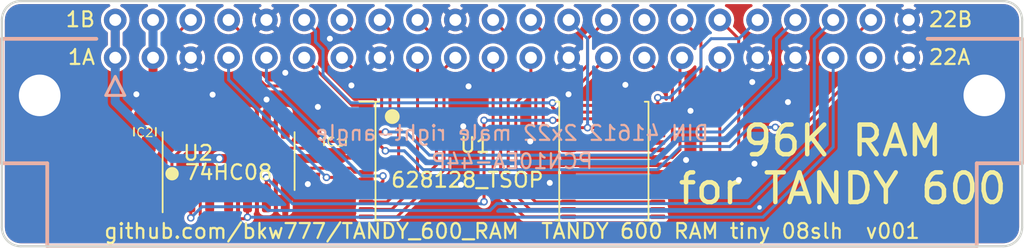
<source format=kicad_pcb>
(kicad_pcb (version 20211014) (generator pcbnew)
  (title_block (title "TANDY 600 RAM tiny 08slh") (date "2022-09-27") (rev "001") (company "Brian K. White - b.kenyon.w@gmail.com") (comment 1 "LICENSE: CC-BY-SA 4.0") (comment 2 "github.com/bkw777/TANDY_600_RAM"))
  (layers (0 "F.Cu" signal) (31 "B.Cu" signal) (34 "B.Paste" user) (35 "F.Paste" user) (36 "B.SilkS" user "B.Silkscreen") (37 "F.SilkS" user "F.Silkscreen") (38 "B.Mask" user) (39 "F.Mask" user) (44 "Edge.Cuts" user))
  (net 0 "")
  (net 1 "GND")
  (net 2 "VMEM")
  (net 3 "VCC")
  (net 4 "/A14")
  (net 5 "/A13")
  (net 6 "/A12")
  (net 7 "/A11")
  (net 8 "/A10")
  (net 9 "/A9")
  (net 10 "/A8")
  (net 11 "/A7")
  (net 12 "/A6")
  (net 13 "/A5")
  (net 14 "/A4")
  (net 15 "/A3")
  (net 16 "/A2")
  (net 17 "/A1")
  (net 18 "/A0")
  (net 19 "/D7")
  (net 20 "/D6")
  (net 21 "/D5")
  (net 22 "/D4")
  (net 23 "/D3")
  (net 24 "/D2")
  (net 25 "/D1")
  (net 26 "/D0")
  (net 27 "/~{OE}")
  (net 28 "/~{WE}")
  (net 29 "/CS2")
  (net 30 "/A15")
  (net 31 "/A16")
  (net 32 "/~{CS1}")
  (net 33 "/~{CS1_B}")
  (net 34 "/~{CS1_C}")
  (net 35 "/~{CS1_A}")
  (footprint "000_LOCAL:TSOP32-dual" (layer "F.Cu") (at 146.05 109.75)
    (fp_text reference "U1" (at -2.492 -1.075) (layer "F.SilkS"))
    (fp_text value "628128_TSOP" (at -3 1.27) (layer "F.SilkS"))
    (fp_line (start 3.175 4) (end 3.175 -4) (layer "F.SilkS") (width 0.12))
    (fp_line (start 3.175 4) (end 2.925 4) (layer "F.SilkS") (width 0.12))
    (fp_line (start 9.175 4) (end 8.925 4) (layer "F.SilkS") (width 0.12))
    (fp_line (start -9.175 4) (end -8.925 4) (layer "F.SilkS") (width 0.12))
    (fp_line (start 9.175 4) (end 9.175 -4) (layer "F.SilkS") (width 0.12))
    (fp_line (start -10.25 -4) (end -8.925 -4) (layer "F.SilkS") (width 0.12))
    (fp_line (start -9.175 -4) (end -9.175 4) (layer "F.SilkS") (width 0.12))
    (fp_line (start 9.175 -4) (end 8.925 -4) (layer "F.SilkS") (width 0.12))
    (fp_line (start 3.175 -4) (end 2.925 -4) (layer "F.SilkS") (width 0.12))
    (fp_circle (center -8.05 -3) (end -8.05 -2.75) (layer "F.SilkS") (width 0.5) (fill none))
    (pad "1" smd roundrect (at -9.8 -3.75 270) (size 0.3 1) (layers "F.Cu" "F.Paste" "F.Mask") (net 7 "/A11"))
    (pad "2" smd roundrect (at -9.8 -3.25 270) (size 0.3 1) (layers "F.Cu" "F.Paste" "F.Mask") (net 9 "/A9"))
    (pad "3" smd roundrect (at -9.8 -2.75 270) (size 0.3 1) (layers "F.Cu" "F.Paste" "F.Mask") (net 10 "/A8"))
    (pad "4" smd roundrect (at -9.8 -2.25 270) (size 0.3 1) (layers "F.Cu" "F.Paste" "F.Mask") (net 5 "/A13"))
    (pad "5" smd roundrect (at -9.8 -1.75 270) (size 0.3 1) (layers "F.Cu" "F.Paste" "F.Mask") (net 28 "/~{WE}"))
    (pad "6" smd roundrect (at -9.8 -1.25 270) (size 0.3 1) (layers "F.Cu" "F.Paste" "F.Mask") (net 29 "/CS2"))
    (pad "7" smd roundrect (at -9.8 -0.75 270) (size 0.3 1) (layers "F.Cu" "F.Paste" "F.Mask") (net 30 "/A15"))
    (pad "8" smd roundrect (at -9.8 -0.25 270) (size 0.3 1) (layers "F.Cu" "F.Paste" "F.Mask") (net 2 "VMEM"))
    (pad "9" smd roundrect (at -9.8 0.25 270) (size 0.3 1) (layers "F.Cu" "F.Paste" "F.Mask"))
    (pad "10" smd roundrect (at -9.8 0.75 270) (size 0.3 1) (layers "F.Cu" "F.Paste" "F.Mask") (net 31 "/A16"))
    (pad "11" smd roundrect (at -9.8 1.25 270) (size 0.3 1) (layers "F.Cu" "F.Paste" "F.Mask") (net 4 "/A14"))
    (pad "12" smd roundrect (at -9.8 1.75 270) (size 0.3 1) (layers "F.Cu" "F.Paste" "F.Mask") (net 6 "/A12"))
    (pad "13" smd roundrect (at -9.8 2.25 270) (size 0.3 1) (layers "F.Cu" "F.Paste" "F.Mask") (net 11 "/A7"))
    (pad "14" smd roundrect (at -9.8 2.75 270) (size 0.3 1) (layers "F.Cu" "F.Paste" "F.Mask") (net 12 "/A6"))
    (pad "15" smd roundrect (at -9.8 3.25 270) (size 0.3 1) (layers "F.Cu" "F.Paste" "F.Mask") (net 13 "/A5"))
    (pad "16" smd roundrect (at -9.8 3.75 270) (size 0.3 1) (layers "F.Cu" "F.Paste" "F.Mask") (net 14 "/A4"))
    (pad "17" smd roundrect (at 9.8 3.75 270) (size 0.3 1) (layers "F.Cu" "F.Paste" "F.Mask") (net 15 "/A3"))
    (pad "17" smd roundrect (at 3.8 3.75 270) (size 0.3 1) (layers "F.Cu" "F.Paste" "F.Mask") (net 15 "/A3"))
    (pad "18" smd roundrect (at 9.8 3.25 270) (size 0.3 1) (layers "F.Cu" "F.Paste" "F.Mask") (net 16 "/A2"))
    (pad "18" smd roundrect (at 3.8 3.25 270) (size 0.3 1) (layers "F.Cu" "F.Paste" "F.Mask") (net 16 "/A2"))
    (pad "19" smd roundrect (at 9.8 2.75 270) (size 0.3 1) (layers "F.Cu" "F.Paste" "F.Mask") (net 17 "/A1"))
    (pad "19" smd roundrect (at 3.8 2.75 270) (size 0.3 1) (layers "F.Cu" "F.Paste" "F.Mask") (net 17 "/A1"))
    (pad "20" smd roundrect (at 3.8 2.25 270) (size 0.3 1) (layers "F.Cu" "F.Paste" "F.Mask") (net 18 "/A0"))
    (pad "20" smd roundrect (at 9.8 2.25 270) (size 0.3 1) (layers "F.Cu" "F.Paste" "F.Mask") (net 18 "/A0"))
    (pad "21" smd roundrect (at 9.8 1.75 270) (size 0.3 1) (layers "F.Cu" "F.Paste" "F.Mask") (net 26 "/D0"))
    (pad "21" smd roundrect (at 3.8 1.75 270) (size 0.3 1) (layers "F.Cu" "F.Paste" "F.Mask") (net 26 "/D0"))
    (pad "22" smd roundrect (at 3.8 1.25 270) (size 0.3 1) (layers "F.Cu" "F.Paste" "F.Mask") (net 25 "/D1"))
    (pad "22" smd roundrect (at 9.8 1.25 270) (size 0.3 1) (layers "F.Cu" "F.Paste" "F.Mask") (net 25 "/D1"))
    (pad "23" smd roundrect (at 9.8 0.75 270) (size 0.3 1) (layers "F.Cu" "F.Paste" "F.Mask") (net 24 "/D2"))
    (pad "23" smd roundrect (at 3.8 0.75 270) (size 0.3 1) (layers "F.Cu" "F.Paste" "F.Mask") (net 24 "/D2"))
    (pad "24" smd roundrect (at 9.8 0.25 270) (size 0.3 1) (layers "F.Cu" "F.Paste" "F.Mask") (net 1 "GND"))
    (pad "24" smd roundrect (at 3.8 0.25 270) (size 0.3 1) (layers "F.Cu" "F.Paste" "F.Mask") (net 1 "GND"))
    (pad "25" smd roundrect (at 3.8 -0.25 270) (size 0.3 1) (layers "F.Cu" "F.Paste" "F.Mask") (net 23 "/D3"))
    (pad "25" smd roundrect (at 9.8 -0.25 270) (size 0.3 1) (layers "F.Cu" "F.Paste" "F.Mask") (net 23 "/D3"))
    (pad "26" smd roundrect (at 9.8 -0.75 270) (size 0.3 1) (layers "F.Cu" "F.Paste" "F.Mask") (net 22 "/D4"))
    (pad "26" smd roundrect (at 3.8 -0.75 270) (size 0.3 1) (layers "F.Cu" "F.Paste" "F.Mask") (net 22 "/D4"))
    (pad "27" smd roundrect (at 3.8 -1.25 270) (size 0.3 1) (layers "F.Cu" "F.Paste" "F.Mask") (net 21 "/D5"))
    (pad "27" smd roundrect (at 9.8 -1.25 270) (size 0.3 1) (layers "F.Cu" "F.Paste" "F.Mask") (net 21 "/D5"))
    (pad "28" smd roundrect (at 9.8 -1.75 270) (size 0.3 1) (layers "F.Cu" "F.Paste" "F.Mask") (net 20 "/D6"))
    (pad "28" smd roundrect (at 3.8 -1.75 270) (size 0.3 1) (layers "F.Cu" "F.Paste" "F.Mask") (net 20 "/D6"))
    (pad "29" smd roundrect (at 9.8 -2.25 270) (size 0.3 1) (layers "F.Cu" "F.Paste" "F.Mask") (net 19 "/D7"))
    (pad "29" smd roundrect (at 3.8 -2.25 270) (size 0.3 1) (layers "F.Cu" "F.Paste" "F.Mask") (net 19 "/D7"))
    (pad "30" smd roundrect (at 9.8 -2.75 270) (size 0.3 1) (layers "F.Cu" "F.Paste" "F.Mask") (net 32 "/~{CS1}"))
    (pad "30" smd roundrect (at 3.8 -2.75 270) (size 0.3 1) (layers "F.Cu" "F.Paste" "F.Mask") (net 32 "/~{CS1}"))
    (pad "31" smd roundrect (at 3.8 -3.25 270) (size 0.3 1) (layers "F.Cu" "F.Paste" "F.Mask") (net 8 "/A10"))
    (pad "31" smd roundrect (at 9.8 -3.25 270) (size 0.3 1) (layers "F.Cu" "F.Paste" "F.Mask") (net 8 "/A10"))
    (pad "32" smd roundrect (at 3.8 -3.75 270) (size 0.3 1) (layers "F.Cu" "F.Paste" "F.Mask") (net 27 "/~{OE}"))
    (pad "32" smd roundrect (at 9.8 -3.75 270) (size 0.3 1) (layers "F.Cu" "F.Paste" "F.Mask") (net 27 "/~{OE}"))
  )
  (footprint "000_LOCAL:C_0805" (layer "F.Cu") (at 134.15 108.42412 90)
    (fp_text reference "C1" (at -0.0326 0.0198 unlocked) (layer "F.SilkS") (effects (font (size 0.6 0.6) (thickness 0.08))))
    (fp_text value "0.1uF" hide)
    (fp_line (start -0.261252 -0.735) (end 0.261252 -0.735) (layer "F.SilkS") (width 0.12))
    (fp_line (start -0.261252 0.735) (end 0.261252 0.735) (layer "F.SilkS") (width 0.12))
    (pad "1" smd roundrect (at -0.95 0 90) (size 1 1.45) (layers "F.Cu" "F.Paste" "F.Mask") (net 2 "VMEM"))
    (pad "2" smd roundrect (at 0.95 0 90) (size 1 1.45) (layers "F.Cu" "F.Paste" "F.Mask") (net 1 "GND"))
  )
  (footprint "000_LOCAL:C_0805" (layer "F.Cu") (at 121.375 107.77412 -90)
    (fp_text reference "C2" (at 0.05 0) (layer "F.SilkS") (effects (font (size 0.6 0.6) (thickness 0.08))))
    (fp_text value "0.1uF" hide)
    (fp_line (start -0.261252 0.735) (end 0.261252 0.735) (layer "F.SilkS") (width 0.12))
    (fp_line (start -0.261252 -0.735) (end 0.261252 -0.735) (layer "F.SilkS") (width 0.12))
    (pad "1" smd roundrect (at -0.95 0 270) (size 1 1.45) (layers "F.Cu" "F.Paste" "F.Mask") (net 3 "VCC"))
    (pad "2" smd roundrect (at 0.95 0 270) (size 1 1.45) (layers "F.Cu" "F.Paste" "F.Mask") (net 1 "GND"))
  )
  (footprint "000_LOCAL:SOIC-14_3.9x8.7mm_P1.27mm" (layer "F.Cu") (at 127 109.75 90)
    (fp_text reference "U2" (at 0.545 -2.05) (layer "F.SilkS"))
    (fp_text value "74HC08" (at -0.755 0) (layer "F.SilkS"))
    (fp_line (start 0 4.435) (end 1.95 4.435) (layer "F.SilkS") (width 0.12))
    (fp_line (start 0 4.435) (end -1.95 4.435) (layer "F.SilkS") (width 0.12))
    (fp_line (start 0 -4.435) (end 1.95 -4.435) (layer "F.SilkS") (width 0.12))
    (fp_line (start 0 -4.435) (end -3.45 -4.435) (layer "F.SilkS") (width 0.12))
    (fp_circle (center -0.85 -3.8) (end -0.45 -3.8) (layer "F.SilkS") (width 0.1) (fill solid))
    (pad "1" smd roundrect (at -2.475 -3.81 90) (size 1.95 0.6) (layers "F.Cu" "F.Paste" "F.Mask") (net 35 "/~{CS1_A}"))
    (pad "2" smd roundrect (at -2.475 -2.54 90) (size 1.95 0.6) (layers "F.Cu" "F.Paste" "F.Mask") (net 33 "/~{CS1_B}"))
    (pad "3" smd roundrect (at -2.475 -1.27 90) (size 1.95 0.6) (layers "F.Cu" "F.Paste" "F.Mask") (net 31 "/A16"))
    (pad "4" smd roundrect (at -2.475 0 90) (size 1.95 0.6) (layers "F.Cu" "F.Paste" "F.Mask") (net 31 "/A16"))
    (pad "5" smd roundrect (at -2.475 1.27 90) (size 1.95 0.6) (layers "F.Cu" "F.Paste" "F.Mask") (net 34 "/~{CS1_C}"))
    (pad "6" smd roundrect (at -2.475 2.54 90) (size 1.95 0.6) (layers "F.Cu" "F.Paste" "F.Mask") (net 32 "/~{CS1}"))
    (pad "7" smd roundrect (at -2.475 3.81 90) (size 1.95 0.6) (layers "F.Cu" "F.Paste" "F.Mask") (net 1 "GND"))
    (pad "8" smd roundrect (at 2.475 3.81 90) (size 1.95 0.6) (layers "F.Cu" "F.Paste" "F.Mask"))
    (pad "9" smd roundrect (at 2.475 2.54 90) (size 1.95 0.6) (layers "F.Cu" "F.Paste" "F.Mask") (net 1 "GND"))
    (pad "10" smd roundrect (at 2.475 1.27 90) (size 1.95 0.6) (layers "F.Cu" "F.Paste" "F.Mask") (net 1 "GND"))
    (pad "11" smd roundrect (at 2.475 0 90) (size 1.95 0.6) (layers "F.Cu" "F.Paste" "F.Mask") (net 30 "/A15"))
    (pad "12" smd roundrect (at 2.475 -1.27 90) (size 1.95 0.6) (layers "F.Cu" "F.Paste" "F.Mask") (net 34 "/~{CS1_C}"))
    (pad "13" smd roundrect (at 2.475 -2.54 90) (size 1.95 0.6) (layers "F.Cu" "F.Paste" "F.Mask") (net 35 "/~{CS1_A}"))
    (pad "14" smd roundrect (at 2.475 -3.81 90) (size 1.95 0.6) (layers "F.Cu" "F.Paste" "F.Mask") (net 3 "VCC"))
  )
  (footprint "000_LOCAL:DIN 41612 2x22 male right-angle" (layer "B.Cu") (at 146.05 101.51356 180)
    (fp_text reference "J1" hide)
    (fp_text value "DIN 41612 2x22 male right-angle" (at 0 -6.35) (layer "B.SilkS") (effects (justify mirror)))
    (fp_line (start 34.29 -8.382) (end 31.242 -8.382) (layer "B.SilkS") (width 0.254))
    (fp_line (start -31.242 -8.382) (end -34.29 -8.382) (layer "B.SilkS") (width 0.254))
    (fp_line (start 34.29 0) (end 34.29 -8.382) (layer "B.SilkS") (width 0.254))
    (fp_line (start -31.242 -13.97) (end -31.242 -8.382) (layer "B.SilkS") (width 0.254))
    (fp_line (start 31.242 -13.97) (end 31.242 -8.382) (layer "B.SilkS") (width 0.254))
    (fp_line (start -34.29 0) (end -34.29 -8.382) (layer "B.SilkS") (width 0.254))
    (fp_line (start 27.305 -3.81) (end 26.67 -2.54) (layer "B.SilkS") (width 0.2))
    (fp_line (start 31.242 -13.97) (end -31.242 -13.97) (layer "B.SilkS") (width 0.254))
    (fp_line (start 26.67 -2.54) (end 26.035 -3.81) (layer "B.SilkS") (width 0.2))
    (fp_line (start -27.94 0) (end -34.29 0) (layer "B.SilkS") (width 0.254))
    (fp_line (start 27.94 0) (end 34.29 0) (layer "B.SilkS") (width 0.254))
    (fp_line (start 26.035 -3.81) (end 27.305 -3.81) (layer "B.SilkS") (width 0.2))
    (pad "1A" thru_hole circle (at 26.67 -1.27 180) (size 1.524 1.524) (drill 0.8) (layers *.Cu *.Mask) (net 2 "VMEM"))
    (pad "1B" thru_hole circle (at 26.67 1.27 180) (size 1.524 1.524) (drill 0.8) (layers *.Cu *.Mask) (net 2 "VMEM"))
    (pad "2A" thru_hole circle (at 24.13 -1.27 180) (size 1.524 1.524) (drill 0.8) (layers *.Cu *.Mask) (net 3 "VCC"))
    (pad "2B" thru_hole circle (at 24.13 1.27 180) (size 1.524 1.524) (drill 0.8) (layers *.Cu *.Mask) (net 3 "VCC"))
    (pad "3A" thru_hole circle (at 21.59 -1.27 180) (size 1.524 1.524) (drill 0.8) (layers *.Cu *.Mask) (net 1 "GND"))
    (pad "3B" thru_hole circle (at 21.59 1.27 180) (size 1.524 1.524) (drill 0.8) (layers *.Cu *.Mask) (net 35 "/~{CS1_A}"))
    (pad "4A" thru_hole circle (at 19.05 -1.27 180) (size 1.524 1.524) (drill 0.8) (layers *.Cu *.Mask) (net 4 "/A14"))
    (pad "4B" thru_hole circle (at 19.05 1.27 180) (size 1.524 1.524) (drill 0.8) (layers *.Cu *.Mask) (net 5 "/A13"))
    (pad "5A" thru_hole circle (at 16.51 -1.27 180) (size 1.524 1.524) (drill 0.8) (layers *.Cu *.Mask) (net 6 "/A12"))
    (pad "5B" thru_hole circle (at 16.51 1.27 180) (size 1.524 1.524) (drill 0.8) (layers *.Cu *.Mask) (net 1 "GND"))
    (pad "6A" thru_hole circle (at 13.97 -1.27 180) (size 1.524 1.524) (drill 0.8) (layers *.Cu *.Mask) (net 7 "/A11"))
    (pad "6B" thru_hole circle (at 13.97 1.27 180) (size 1.524 1.524) (drill 0.8) (layers *.Cu *.Mask) (net 8 "/A10"))
    (pad "7A" thru_hole circle (at 11.43 -1.27 180) (size 1.524 1.524) (drill 0.8) (layers *.Cu *.Mask) (net 9 "/A9"))
    (pad "7B" thru_hole circle (at 11.43 1.27 180) (size 1.524 1.524) (drill 0.8) (layers *.Cu *.Mask) (net 10 "/A8"))
    (pad "8A" thru_hole circle (at 8.89 -1.27 180) (size 1.524 1.524) (drill 0.8) (layers *.Cu *.Mask) (net 1 "GND"))
    (pad "8B" thru_hole circle (at 8.89 1.27 180) (size 1.524 1.524) (drill 0.8) (layers *.Cu *.Mask) (net 11 "/A7"))
    (pad "9A" thru_hole circle (at 6.35 -1.27 180) (size 1.524 1.524) (drill 0.8) (layers *.Cu *.Mask) (net 12 "/A6"))
    (pad "9B" thru_hole circle (at 6.35 1.27 180) (size 1.524 1.524) (drill 0.8) (layers *.Cu *.Mask) (net 13 "/A5"))
    (pad "10A" thru_hole circle (at 3.81 -1.27 180) (size 1.524 1.524) (drill 0.8) (layers *.Cu *.Mask) (net 14 "/A4"))
    (pad "10B" thru_hole circle (at 3.81 1.27 180) (size 1.524 1.524) (drill 0.8) (layers *.Cu *.Mask) (net 1 "GND"))
    (pad "11A" thru_hole circle (at 1.27 -1.27 180) (size 1.524 1.524) (drill 0.8) (layers *.Cu *.Mask) (net 15 "/A3"))
    (pad "11B" thru_hole circle (at 1.27 1.27 180) (size 1.524 1.524) (drill 0.8) (layers *.Cu *.Mask) (net 16 "/A2"))
    (pad "12A" thru_hole circle (at -1.27 -1.27 180) (size 1.524 1.524) (drill 0.8) (layers *.Cu *.Mask) (net 17 "/A1"))
    (pad "12B" thru_hole circle (at -1.27 1.27 180) (size 1.524 1.524) (drill 0.8) (layers *.Cu *.Mask) (net 18 "/A0"))
    (pad "13A" thru_hole circle (at -3.81 -1.27 180) (size 1.524 1.524) (drill 0.8) (layers *.Cu *.Mask) (net 1 "GND"))
    (pad "13B" thru_hole circle (at -3.81 1.27 180) (size 1.524 1.524) (drill 0.8) (layers *.Cu *.Mask) (net 19 "/D7"))
    (pad "14A" thru_hole circle (at -6.35 -1.27 180) (size 1.524 1.524) (drill 0.8) (layers *.Cu *.Mask) (net 20 "/D6"))
    (pad "14B" thru_hole circle (at -6.35 1.27 180) (size 1.524 1.524) (drill 0.8) (layers *.Cu *.Mask) (net 21 "/D5"))
    (pad "15A" thru_hole circle (at -8.89 -1.27 180) (size 1.524 1.524) (drill 0.8) (layers *.Cu *.Mask) (net 22 "/D4"))
    (pad "15B" thru_hole circle (at -8.89 1.27 180) (size 1.524 1.524) (drill 0.8) (layers *.Cu *.Mask))
    (pad "16A" thru_hole circle (at -11.43 -1.27 180) (size 1.524 1.524) (drill 0.8) (layers *.Cu *.Mask) (net 23 "/D3"))
    (pad "16B" thru_hole circle (at -11.43 1.27 180) (size 1.524 1.524) (drill 0.8) (layers *.Cu *.Mask) (net 24 "/D2"))
    (pad "17A" thru_hole circle (at -13.97 -1.27 180) (size 1.524 1.524) (drill 0.8) (layers *.Cu *.Mask) (net 25 "/D1"))
    (pad "17B" thru_hole circle (at -13.97 1.27 180) (size 1.524 1.524) (drill 0.8) (layers *.Cu *.Mask) (net 26 "/D0"))
    (pad "18A" thru_hole circle (at -16.51 -1.27 180) (size 1.524 1.524) (drill 0.8) (layers *.Cu *.Mask) (net 1 "GND"))
    (pad "18B" thru_hole circle (at -16.51 1.27 180) (size 1.524 1.524) (drill 0.8) (layers *.Cu *.Mask) (net 27 "/~{OE}"))
    (pad "19A" thru_hole circle (at -19.05 -1.27 180) (size 1.524 1.524) (drill 0.8) (layers *.Cu *.Mask) (net 1 "GND"))
    (pad "19B" thru_hole circle (at -19.05 1.27 180) (size 1.524 1.524) (drill 0.8) (layers *.Cu *.Mask) (net 28 "/~{WE}"))
    (pad "20A" thru_hole circle (at -21.59 -1.27 180) (size 1.524 1.524) (drill 0.8) (layers *.Cu *.Mask) (net 34 "/~{CS1_C}"))
    (pad "20B" thru_hole circle (at -21.59 1.27 180) (size 1.524 1.524) (drill 0.8) (layers *.Cu *.Mask) (net 33 "/~{CS1_B}"))
    (pad "21A" thru_hole circle (at -24.13 -1.27 180) (size 1.524 1.524) (drill 0.8) (layers *.Cu *.Mask))
    (pad "21B" thru_hole circle (at -24.13 1.27 180) (size 1.524 1.524) (drill 0.8) (layers *.Cu *.Mask) (net 29 "/CS2"))
    (pad "22A" thru_hole circle (at -26.67 -1.27 180) (size 1.524 1.524) (drill 0.8) (layers *.Cu *.Mask) (net 1 "GND"))
    (pad "22B" thru_hole circle (at -26.67 1.27 180) (size 1.524 1.524) (drill 0.8) (layers *.Cu *.Mask) (net 1 "GND"))
    (pad "S1" thru_hole oval (at 31.75 -3.81 180) (size 2.999999 4.500001) (drill 2.799999) (layers *.Cu *.Mask) (net 1 "GND"))
    (pad "S2" thru_hole oval (at -31.75 -3.81 180) (size 2.999999 4.500001) (drill 2.799999) (layers *.Cu *.Mask) (net 1 "GND"))
  )
  (gr_arc (start 111.76 100.24356) (mid 112.13196 99.345509) (end 113.03 98.97356) (layer "Edge.Cuts") (width 0.15))
  (gr_arc (start 179.07 98.97356) (mid 179.968011 99.345537) (end 180.34 100.24356) (layer "Edge.Cuts") (width 0.15))
  (gr_line (start 180.34 114.21356) (end 180.34 100.24356) (layer "Edge.Cuts") (width 0.15))
  (gr_arc (start 180.34 114.21356) (mid 179.968011 115.11156) (end 179.07 115.48356) (layer "Edge.Cuts") (width 0.15))
  (gr_arc (start 113.03 115.48356) (mid 112.13196 115.111588) (end 111.76 114.21356) (layer "Edge.Cuts") (width 0.15))
  (gr_line (start 113.03 98.97356) (end 179.07 98.97356) (layer "Edge.Cuts") (width 0.15))
  (gr_line (start 179.07 115.48356) (end 113.03 115.48356) (layer "Edge.Cuts") (width 0.15))
  (gr_line (start 111.76 114.21356) (end 111.76 100.24356) (layer "Edge.Cuts") (width 0.15))
  (gr_text "PCN10EA-44P" (at 146.05 109.76856) (layer "B.SilkS") (effects (font (size 1 1)) (justify mirror)))
  (gr_text "22B" (at 173.99 100.20856) (layer "F.SilkS") (effects (font (size 1 1)) (justify left)))
  (gr_text "22A" (at 173.99 102.74856) (layer "F.SilkS") (effects (font (size 1 1)) (justify left)))
  (gr_text "1A" (at 118.11 102.74856) (layer "F.SilkS") (effects (font (size 1 1)) (justify right)))
  (gr_text "1B" (at 118.11 100.20856) (layer "F.SilkS") (effects (font (size 1 1)) (justify right)))
  (gr_text "${COMMENT2}  ${TITLE}  v${REVISION}" (at 146.05 114.46756) (layer "F.SilkS") (effects (font (size 1 1))))
  (gr_text "96K RAM\nfor TANDY 600" (at 168.275 109.98756) (layer "F.SilkS") (effects (font (size 2 2) (thickness 0.3))))
  (via (at 158.05 106.36412) (size 0.6) (drill 0.4) (layers "F.Cu" "B.Cu") (net 1))
  (via (at 147.275 108.42412) (size 0.6) (drill 0.4) (layers "F.Cu" "B.Cu") (net 1))
  (via (at 153.67 104.613) (size 0.6) (drill 0.4) (layers "F.Cu" "B.Cu") (net 1))
  (via (at 133.8072 101.50396) (size 0.6) (drill 0.4) (layers "F.Cu" "B.Cu") (net 1))
  (via (at 129.55 105.6036) (size 0.6) (drill 0.4) (layers "F.Cu" "B.Cu") (net 1))
  (via (at 142.7734 107.40692) (size 0.6) (drill 0.4) (layers "F.Cu" "B.Cu") (net 1))
  (via (at 125.925 105.27412) (size 0.6) (drill 0.4) (layers "F.Cu" "B.Cu") (net 1))
  (via (at 162.2 104.42412) (size 0.6) (drill 0.4) (layers "F.Cu" "B.Cu") (net 1))
  (via (at 161.3 111.02412) (size 0.6) (drill 0.4) (layers "F.Cu" "B.Cu") (net 1))
  (via (at 130.81 103.80012) (size 0.6) (drill 0.4) (layers "F.Cu" "B.Cu") (net 1))
  (via (at 132.325 111.29912) (size 0.6) (drill 0.4) (layers "F.Cu" "B.Cu") (net 1))
  (via (at 133 106.09912) (size 0.6) (drill 0.4) (layers "F.Cu" "B.Cu") (net 1))
  (via (at 149.85 105.25) (size 0.6) (drill 0.4) (layers "F.Cu" "B.Cu") (net 1))
  (via (at 162.35 109.92412) (size 0.6) (drill 0.4) (layers "F.Cu" "B.Cu") (net 1))
  (via (at 164.6 105.77412) (size 0.6) (drill 0.4) (layers "F.Cu" "B.Cu") (net 1))
  (via (at 148.59 111.217) (size 0.6) (drill 0.4) (layers "F.Cu" "B.Cu") (net 1))
  (via (at 157.75 109.675) (size 0.6) (drill 0.4) (layers "F.Cu" "B.Cu") (net 1))
  (via (at 162.687 112.868) (size 0.5) (drill 0.3) (layers "F.Cu" "B.Cu") (net 1))
  (via (at 135.255 104.65356) (size 0.6) (drill 0.4) (layers "F.Cu" "B.Cu") (net 1))
  (via (at 120.8 105.24912) (size 0.6) (drill 0.4) (layers "F.Cu" "B.Cu") (net 1))
  (via (at 142.621 111.344) (size 0.6) (drill 0.4) (layers "F.Cu" "B.Cu") (net 1))
  (via (at 143.129 104.71452) (size 0.6) (drill 0.4) (layers "F.Cu" "B.Cu") (net 1))
  (segment (start 133.95 109.57412) (end 134.15 109.37412) (width 0.6) (layer "F.Cu") (net 2))
  (segment (start 134.15 109.37412) (end 134.27588 109.5) (width 0.3) (layer "F.Cu") (net 2))
  (segment (start 134.27588 109.5) (end 136.25 109.5) (width 0.3) (layer "F.Cu") (net 2))
  (segment (start 119.38 102.78356) (end 119.38 100.24356) (width 0.6) (layer "F.Cu") (net 2))
  (segment (start 126.375 109.57412) (end 133.95 109.57412) (width 0.6) (layer "F.Cu") (net 2))
  (via (at 126.375 109.57412) (size 0.6) (drill 0.4) (layers "F.Cu" "B.Cu") (net 2))
  (segment (start 119.38 102.78356) (end 119.38 100.24356) (width 0.6) (layer "B.Cu") (net 2))
  (segment (start 119.38 105.76412) (end 119.38 102.78356) (width 0.6) (layer "B.Cu") (net 2))
  (segment (start 126.375 109.57412) (end 123.19 109.57412) (width 0.6) (layer "B.Cu") (net 2))
  (segment (start 123.19 109.57412) (end 119.38 105.76412) (width 0.6) (layer "B.Cu") (net 2))
  (segment (start 123.19 106.82412) (end 123.19 107.275) (width 0.6) (layer "F.Cu") (net 3))
  (segment (start 121.92 102.78356) (end 121.92 100.24356) (width 0.6) (layer "F.Cu") (net 3))
  (segment (start 121.9214 106.82412) (end 121.92 106.82272) (width 0.6) (layer "F.Cu") (net 3))
  (segment (start 121.375 106.82412) (end 123.19 106.82412) (width 0.6) (layer "F.Cu") (net 3))
  (segment (start 121.375 106.82412) (end 121.9214 106.82412) (width 0.6) (layer "F.Cu") (net 3))
  (segment (start 121.92 106.82272) (end 121.92 102.78356) (width 0.6) (layer "F.Cu") (net 3))
  (segment (start 121.92 100.24356) (end 121.92 102.78356) (width 0.6) (layer "B.Cu") (net 3))
  (segment (start 135.10088 111) (end 136.25 111) (width 0.2) (layer "F.Cu") (net 4))
  (segment (start 133.5786 110.84912) (end 134.95 110.84912) (width 0.2) (layer "F.Cu") (net 4))
  (segment (start 134.95 110.84912) (end 135.10088 111) (width 0.2) (layer "F.Cu") (net 4))
  (via (at 133.5786 110.84912) (size 0.5) (drill 0.3) (layers "F.Cu" "B.Cu") (net 4))
  (segment (start 133.5786 110.84912) (end 127 104.27052) (width 0.2) (layer "B.Cu") (net 4))
  (segment (start 127 104.27052) (end 127 102.78356) (width 0.2) (layer "B.Cu") (net 4))
  (segment (start 133.20556 104.68912) (end 129.50556 104.68912) (width 0.2) (layer "F.Cu") (net 5))
  (segment (start 128.27 103.45356) (end 128.27 101.51356) (width 0.2) (layer "F.Cu") (net 5))
  (segment (start 135.3312 106.81476) (end 133.20556 104.68912) (width 0.2) (layer "F.Cu") (net 5))
  (segment (start 136.25 107.5) (end 135.56644 107.5) (width 0.2) (layer "F.Cu") (net 5))
  (segment (start 135.56644 107.5) (end 135.3312 107.26476) (width 0.2) (layer "F.Cu") (net 5))
  (segment (start 135.3312 107.26476) (end 135.3312 106.81476) (width 0.2) (layer "F.Cu") (net 5))
  (segment (start 128.27 101.51356) (end 127 100.24356) (width 0.2) (layer "F.Cu") (net 5))
  (segment (start 129.50556 104.68912) (end 128.27 103.45356) (width 0.2) (layer "F.Cu") (net 5))
  (segment (start 137.375 111.09912) (end 136.97412 111.5) (width 0.2) (layer "F.Cu") (net 6))
  (segment (start 137.375 110.75) (end 137.375 111.09912) (width 0.2) (layer "F.Cu") (net 6))
  (segment (start 136.97412 111.5) (end 136.25 111.5) (width 0.2) (layer "F.Cu") (net 6))
  (via (at 137.375 110.75) (size 0.5) (drill 0.3) (layers "F.Cu" "B.Cu") (net 6))
  (segment (start 129.54 104.33352) (end 129.54 102.78356) (width 0.2) (layer "B.Cu") (net 6))
  (segment (start 137.375 110.75) (end 135.95648 110.75) (width 0.2) (layer "B.Cu") (net 6))
  (segment (start 135.95648 110.75) (end 129.54 104.33352) (width 0.2) (layer "B.Cu") (net 6))
  (segment (start 132.08 102.78356) (end 135.29644 106) (width 0.2) (layer "F.Cu") (net 7))
  (segment (start 135.29644 106) (end 136.25 106) (width 0.2) (layer "F.Cu") (net 7))
  (segment (start 155.8 106.45) (end 155.85 106.5) (width 0.2) (layer "F.Cu") (net 8))
  (segment (start 149.9 106.45) (end 155.8 106.45) (width 0.2) (layer "F.Cu") (net 8))
  (segment (start 149.15 106.5) (end 149.85 106.5) (width 0.2) (layer "F.Cu") (net 8))
  (segment (start 149.85 106.5) (end 149.9 106.45) (width 0.2) (layer "F.Cu") (net 8))
  (segment (start 148.775 106.125) (end 149.15 106.5) (width 0.2) (layer "F.Cu") (net 8))
  (segment (start 148.775 105.825) (end 148.775 106.125) (width 0.2) (layer "F.Cu") (net 8))
  (via (at 148.775 105.825) (size 0.5) (drill 0.3) (layers "F.Cu" "B.Cu") (net 8))
  (segment (start 135.21994 105.825) (end 133.35 103.95506) (width 0.2) (layer "B.Cu") (net 8))
  (segment (start 132.842 101.00556) (end 132.08 100.24356) (width 0.2) (layer "B.Cu") (net 8))
  (segment (start 148.775 105.825) (end 135.21994 105.825) (width 0.2) (layer "B.Cu") (net 8))
  (segment (start 133.35 102.24056) (end 132.842 101.73256) (width 0.2) (layer "B.Cu") (net 8))
  (segment (start 133.35 103.95506) (end 133.35 102.24056) (width 0.2) (layer "B.Cu") (net 8))
  (segment (start 132.842 101.73256) (end 132.842 101.00556) (width 0.2) (layer "B.Cu") (net 8))
  (segment (start 136.99956 106.5) (end 136.25 106.5) (width 0.2) (layer "F.Cu") (net 9))
  (segment (start 137.287 106.21256) (end 136.99956 106.5) (width 0.2) (layer "F.Cu") (net 9))
  (segment (start 137.287 105.45056) (end 137.287 106.21256) (width 0.2) (layer "F.Cu") (net 9))
  (segment (start 134.62 102.78356) (end 137.287 105.45056) (width 0.2) (layer "F.Cu") (net 9))
  (segment (start 135.89 101.51356) (end 134.62 100.24356) (width 0.2) (layer "F.Cu") (net 10))
  (segment (start 136.25 107) (end 137.26156 107) (width 0.2) (layer "F.Cu") (net 10))
  (segment (start 137.85 105.25156) (end 135.89 103.29156) (width 0.2) (layer "F.Cu") (net 10))
  (segment (start 137.26156 107) (end 137.85 106.41156) (width 0.2) (layer "F.Cu") (net 10))
  (segment (start 135.89 103.29156) (end 135.89 101.51356) (width 0.2) (layer "F.Cu") (net 10))
  (segment (start 137.85 106.41156) (end 137.85 105.25156) (width 0.2) (layer "F.Cu") (net 10))
  (segment (start 138.43 101.51356) (end 137.16 100.24356) (width 0.2) (layer "F.Cu") (net 11))
  (segment (start 136.25 112) (end 137.29912 112) (width 0.2) (layer "F.Cu") (net 11))
  (segment (start 137.29912 112) (end 138.43 110.86912) (width 0.2) (layer "F.Cu") (net 11))
  (segment (start 138.43 110.86912) (end 138.43 101.51356) (width 0.2) (layer "F.Cu") (net 11))
  (segment (start 139.7 102.78356) (end 139.7 110.44912) (width 0.2) (layer "F.Cu") (net 12))
  (segment (start 137.64912 112.5) (end 136.25 112.5) (width 0.2) (layer "F.Cu") (net 12))
  (segment (start 139.7 110.44912) (end 137.64912 112.5) (width 0.2) (layer "F.Cu") (net 12))
  (segment (start 140.97 110.00412) (end 140.97 101.51356) (width 0.2) (layer "F.Cu") (net 13))
  (segment (start 140.97 101.51356) (end 139.7 100.24356) (width 0.2) (layer "F.Cu") (net 13))
  (segment (start 136.25 113) (end 137.97412 113) (width 0.2) (layer "F.Cu") (net 13))
  (segment (start 137.97412 113) (end 140.97 110.00412) (width 0.2) (layer "F.Cu") (net 13))
  (segment (start 138.32412 113.5) (end 136.25 113.5) (width 0.2) (layer "F.Cu") (net 14))
  (segment (start 142.24 102.78356) (end 141.478 103.54556) (width 0.2) (layer "F.Cu") (net 14))
  (segment (start 141.478 103.54556) (end 141.478 110.34612) (width 0.2) (layer "F.Cu") (net 14))
  (segment (start 141.478 110.34612) (end 138.32412 113.5) (width 0.2) (layer "F.Cu") (net 14))
  (segment (start 144.78 102.78356) (end 144.78 111.42012) (width 0.2) (layer "F.Cu") (net 15))
  (segment (start 146.85988 113.5) (end 155.85 113.5) (width 0.2) (layer "F.Cu") (net 15))
  (segment (start 144.78 111.42012) (end 146.85988 113.5) (width 0.2) (layer "F.Cu") (net 15))
  (segment (start 147.24888 113) (end 145.288 111.03912) (width 0.2) (layer "F.Cu") (net 16))
  (segment (start 146.05 101.51356) (end 144.78 100.24356) (width 0.2) (layer "F.Cu") (net 16))
  (segment (start 145.288 111.03912) (end 145.288 104.84152) (width 0.2) (layer "F.Cu") (net 16))
  (segment (start 155.85 113) (end 147.24888 113) (width 0.2) (layer "F.Cu") (net 16))
  (segment (start 145.288 104.84152) (end 146.05 104.07952) (width 0.2) (layer "F.Cu") (net 16))
  (segment (start 146.05 104.07952) (end 146.05 101.51356) (width 0.2) (layer "F.Cu") (net 16))
  (segment (start 145.796 110.65812) (end 147.63788 112.5) (width 0.2) (layer "F.Cu") (net 17))
  (segment (start 145.796 105.55272) (end 145.796 110.65812) (width 0.2) (layer "F.Cu") (net 17))
  (segment (start 147.32 102.78356) (end 147.32 104.02872) (width 0.2) (layer "F.Cu") (net 17))
  (segment (start 147.63788 112.5) (end 155.85 112.5) (width 0.2) (layer "F.Cu") (net 17))
  (segment (start 147.32 104.02872) (end 145.796 105.55272) (width 0.2) (layer "F.Cu") (net 17))
  (segment (start 148.59 103.54556) (end 148.59 101.51356) (width 0.2) (layer "F.Cu") (net 18))
  (segment (start 155.85 112) (end 148.06644 112) (width 0.2) (layer "F.Cu") (net 18))
  (segment (start 146.304 110.23756) (end 146.304 105.83156) (width 0.2) (layer "F.Cu") (net 18))
  (segment (start 148.06644 112) (end 146.304 110.23756) (width 0.2) (layer "F.Cu") (net 18))
  (segment (start 146.304 105.83156) (end 148.59 103.54556) (width 0.2) (layer "F.Cu") (net 18))
  (segment (start 148.59 101.51356) (end 147.32 100.24356) (width 0.2) (layer "F.Cu") (net 18))
  (segment (start 151.13 107.5) (end 149.85 107.5) (width 0.2) (layer "F.Cu") (net 19))
  (segment (start 151.13 107.5) (end 155.85 107.5) (width 0.2) (layer "F.Cu") (net 19))
  (via (at 151.13 107.5) (size 0.5) (drill 0.3) (layers "F.Cu" "B.Cu") (net 19))
  (segment (start 151.13 107.5) (end 151.13 101.51356) (width 0.2) (layer "B.Cu") (net 19))
  (segment (start 151.13 101.51356) (end 149.86 100.24356) (width 0.2) (layer "B.Cu") (net 19))
  (segment (start 151.54912 108.1) (end 150.72588 108.1) (width 0.2) (layer "F.Cu") (net 20))
  (segment (start 155.85 108) (end 151.64912 108) (width 0.2) (layer "F.Cu") (net 20))
  (segment (start 150.72588 108.1) (end 150.62588 108) (width 0.2) (layer "F.Cu") (net 20))
  (segment (start 150.62588 108) (end 148.90088 108) (width 0.2) (layer "F.Cu") (net 20))
  (segment (start 151.64912 108) (end 151.54912 108.1) (width 0.2) (layer "F.Cu") (net 20))
  (segment (start 148.15 107.24912) (end 148.15 105.50956) (width 0.2) (layer "F.Cu") (net 20))
  (segment (start 148.90088 108) (end 148.15 107.24912) (width 0.2) (layer "F.Cu") (net 20))
  (segment (start 149.098 104.56156) (end 150.622 104.56156) (width 0.2) (layer "F.Cu") (net 20))
  (segment (start 148.15 105.50956) (end 149.098 104.56156) (width 0.2) (layer "F.Cu") (net 20))
  (segment (start 150.622 104.56156) (end 152.4 102.78356) (width 0.2) (layer "F.Cu") (net 20))
  (segment (start 151.13 103.29156) (end 151.13 101.51356) (width 0.2) (layer "F.Cu") (net 21))
  (segment (start 149.9 108.55) (end 149.85 108.5) (width 0.2) (layer "F.Cu") (net 21))
  (segment (start 151.13 101.51356) (end 152.4 100.24356) (width 0.2) (layer "F.Cu") (net 21))
  (segment (start 147.65 107.44912) (end 147.65 105.24756) (width 0.2) (layer "F.Cu") (net 21))
  (segment (start 148.844 104.05356) (end 150.368 104.05356) (width 0.2) (layer "F.Cu") (net 21))
  (segment (start 155.85 108.5) (end 155.8 108.55) (width 0.2) (layer "F.Cu") (net 21))
  (segment (start 147.65 105.24756) (end 148.844 104.05356) (width 0.2) (layer "F.Cu") (net 21))
  (segment (start 155.8 108.55) (end 149.9 108.55) (width 0.2) (layer "F.Cu") (net 21))
  (segment (start 149.85 108.5) (end 148.70088 108.5) (width 0.2) (layer "F.Cu") (net 21))
  (segment (start 150.368 104.05356) (end 151.13 103.29156) (width 0.2) (layer "F.Cu") (net 21))
  (segment (start 148.70088 108.5) (end 147.65 107.44912) (width 0.2) (layer "F.Cu") (net 21))
  (segment (start 156.55 109) (end 149.85 109) (width 0.2) (layer "F.Cu") (net 22))
  (segment (start 156.83 108.72) (end 156.55 109) (width 0.2) (layer "F.Cu") (net 22))
  (segment (start 156.83 104.67356) (end 156.83 108.72) (width 0.2) (layer "F.Cu") (net 22))
  (segment (start 154.94 102.78356) (end 156.83 104.67356) (width 0.2) (layer "F.Cu") (net 22))
  (segment (start 157.34 102.92356) (end 157.34 108.985) (width 0.2) (layer "F.Cu") (net 23))
  (segment (start 157.48 102.78356) (end 157.34 102.92356) (width 0.2) (layer "F.Cu") (net 23))
  (segment (start 157.34 108.985) (end 156.825 109.5) (width 0.2) (layer "F.Cu") (net 23))
  (segment (start 156.825 109.5) (end 149.85 109.5) (width 0.2) (layer "F.Cu") (net 23))
  (segment (start 158.01856 110.5) (end 149.85 110.5) (width 0.2) (layer "F.Cu") (net 24))
  (segment (start 158.75 109.76856) (end 158.01856 110.5) (width 0.2) (layer "F.Cu") (net 24))
  (segment (start 158.75 101.51356) (end 158.75 109.76856) (width 0.2) (layer "F.Cu") (net 24))
  (segment (start 157.48 100.24356) (end 158.75 101.51356) (width 0.2) (layer "F.Cu") (net 24))
  (segment (start 160.02 109.26056) (end 158.28056 111) (width 0.2) (layer "F.Cu") (net 25))
  (segment (start 160.02 102.78356) (end 160.02 109.26056) (width 0.2) (layer "F.Cu") (net 25))
  (segment (start 158.28056 111) (end 149.85 111) (width 0.2) (layer "F.Cu") (net 25))
  (segment (start 161.29 108.75256) (end 158.54256 111.5) (width 0.2) (layer "F.Cu") (net 26))
  (segment (start 158.54256 111.5) (end 149.85 111.5) (width 0.2) (layer "F.Cu") (net 26))
  (segment (start 160.02 100.24356) (end 161.29 101.51356) (width 0.2) (layer "F.Cu") (net 26))
  (segment (start 161.29 101.51356) (end 161.29 108.75256) (width 0.2) (layer "F.Cu") (net 26))
  (segment (start 155.85 105.475) (end 155.85 106) (width 0.2) (layer "F.Cu") (net 27))
  (segment (start 155.85 106) (end 149.85 106) (width 0.2) (layer "F.Cu") (net 27))
  (via (at 155.85 105.475) (size 0.5) (drill 0.3) (layers "F.Cu" "B.Cu") (net 27))
  (segment (start 155.85 105.475) (end 156.64912 105.475) (width 0.2) (layer "B.Cu") (net 27))
  (segment (start 159.4358 101.50396) (end 161.2996 101.50396) (width 0.2) (layer "B.Cu") (net 27))
  (segment (start 156.64912 105.475) (end 158.75 103.37412) (width 0.2) (layer "B.Cu") (net 27))
  (segment (start 161.2996 101.50396) (end 162.56 100.24356) (width 0.2) (layer "B.Cu") (net 27))
  (segment (start 158.75 103.37412) (end 158.75 102.18976) (width 0.2) (layer "B.Cu") (net 27))
  (segment (start 158.75 102.18976) (end 159.4358 101.50396) (width 0.2) (layer "B.Cu") (net 27))
  (segment (start 136.948 108) (end 136.25 108) (width 0.2) (layer "F.Cu") (net 28))
  (segment (start 137.16 107.788) (end 136.948 108) (width 0.2) (layer "F.Cu") (net 28))
  (segment (start 137.541 107.788) (end 137.16 107.788) (width 0.2) (layer "F.Cu") (net 28))
  (via (at 137.541 107.788) (size 0.5) (drill 0.3) (layers "F.Cu" "B.Cu") (net 28))
  (segment (start 156.972 107.788) (end 160.18756 107.788) (width 0.2) (layer "B.Cu") (net 28))
  (segment (start 137.541 107.788) (end 138.938 107.788) (width 0.2) (layer "B.Cu") (net 28))
  (segment (start 155.41088 109.34912) (end 156.972 107.788) (width 0.2) (layer "B.Cu") (net 28))
  (segment (start 163.83 104.14556) (end 163.83 101.51356) (width 0.2) (layer "B.Cu") (net 28))
  (segment (start 160.18756 107.788) (end 163.83 104.14556) (width 0.2) (layer "B.Cu") (net 28))
  (segment (start 163.83 101.51356) (end 165.1 100.24356) (width 0.2) (layer "B.Cu") (net 28))
  (segment (start 140.49912 109.34912) (end 155.41088 109.34912) (width 0.2) (layer "B.Cu") (net 28))
  (segment (start 138.938 107.788) (end 140.49912 109.34912) (width 0.2) (layer "B.Cu") (net 28))
  (segment (start 136.983 108.5) (end 136.25 108.5) (width 0.2) (layer "F.Cu") (net 29))
  (segment (start 163.75 107.47412) (end 165.58144 107.47412) (width 0.2) (layer "F.Cu") (net 29))
  (segment (start 137.541 109.058) (end 136.983 108.5) (width 0.2) (layer "F.Cu") (net 29))
  (segment (start 165.58144 107.47412) (end 168.91 104.14556) (width 0.2) (layer "F.Cu") (net 29))
  (segment (start 168.91 104.14556) (end 168.91 101.51356) (width 0.2) (layer "F.Cu") (net 29))
  (segment (start 168.91 101.51356) (end 170.18 100.24356) (width 0.2) (layer "F.Cu") (net 29))
  (via (at 137.541 109.058) (size 0.5) (drill 0.3) (layers "F.Cu" "B.Cu") (net 29))
  (via (at 163.75 107.47412) (size 0.5) (drill 0.3) (layers "F.Cu" "B.Cu") (net 29))
  (segment (start 155.829 110.328) (end 157.38864 108.76836) (width 0.2) (layer "B.Cu") (net 29))
  (segment (start 157.38864 108.76836) (end 160.69064 108.76836) (width 0.2) (layer "B.Cu") (net 29))
  (segment (start 161.98488 107.47412) (end 163.75 107.47412) (width 0.2) (layer "B.Cu") (net 29))
  (segment (start 137.541 109.058) (end 138.811 109.058) (width 0.2) (layer "B.Cu") (net 29))
  (segment (start 138.811 109.058) (end 140.081 110.328) (width 0.2) (layer "B.Cu") (net 29))
  (segment (start 140.081 110.328) (end 155.829 110.328) (width 0.2) (layer "B.Cu") (net 29))
  (segment (start 160.69064 108.76836) (end 161.98488 107.47412) (width 0.2) (layer "B.Cu") (net 29))
  (segment (start 135.025 108.42412) (end 135.60088 109) (width 0.2) (layer "F.Cu") (net 30))
  (segment (start 127 107.9404) (end 127.93972 108.88012) (width 0.2) (layer "F.Cu") (net 30))
  (segment (start 135.60088 109) (end 136.25 109) (width 0.2) (layer "F.Cu") (net 30))
  (segment (start 127 107.275) (end 127 107.9404) (width 0.2) (layer "F.Cu") (net 30))
  (segment (start 127.93972 108.88012) (end 132.7658 108.88012) (width 0.2) (layer "F.Cu") (net 30))
  (segment (start 133.2218 108.42412) (end 135.025 108.42412) (width 0.2) (layer "F.Cu") (net 30))
  (segment (start 132.7658 108.88012) (end 133.2218 108.42412) (width 0.2) (layer "F.Cu") (net 30))
  (segment (start 127.7978 110.22632) (end 127 111.02412) (width 0.2) (layer "F.Cu") (net 31))
  (segment (start 127 111.02412) (end 127 112.225) (width 0.2) (layer "F.Cu") (net 31))
  (segment (start 135.2042 110.22632) (end 127.7978 110.22632) (width 0.2) (layer "F.Cu") (net 31))
  (segment (start 127 112.225) (end 125.73 112.225) (width 0.2) (layer "F.Cu") (net 31))
  (segment (start 135.47788 110.5) (end 135.2042 110.22632) (width 0.2) (layer "F.Cu") (net 31))
  (segment (start 136.25 110.5) (end 135.47788 110.5) (width 0.2) (layer "F.Cu") (net 31))
  (segment (start 150.67412 106.9) (end 151.55088 106.9) (width 0.2) (layer "F.Cu") (net 32))
  (segment (start 151.65088 107) (end 155.85 107) (width 0.2) (layer "F.Cu") (net 32))
  (segment (start 129.54 110.8614) (end 129.54 112.225) (width 0.2) (layer "F.Cu") (net 32))
  (segment (start 149.8494 107.0006) (end 149.85 107) (width 0.2) (layer "F.Cu") (net 32))
  (segment (start 148.7932 107.0006) (end 149.8494 107.0006) (width 0.2) (layer "F.Cu") (net 32))
  (segment (start 149.85 107) (end 150.57412 107) (width 0.2) (layer "F.Cu") (net 32))
  (segment (start 150.57412 107) (end 150.67412 106.9) (width 0.2) (layer "F.Cu") (net 32))
  (segment (start 144.1704 107.0006) (end 144.1704 112.487) (width 0.2) (layer "F.Cu") (net 32))
  (segment (start 151.55088 106.9) (end 151.65088 107) (width 0.2) (layer "F.Cu") (net 32))
  (via (at 144.1704 107.0006) (size 0.5) (drill 0.3) (layers "F.Cu" "B.Cu") (net 32))
  (via (at 148.7932 107.0006) (size 0.5) (drill 0.3) (layers "F.Cu" "B.Cu") (net 32))
  (via (at 129.54 110.8614) (size 0.5) (drill 0.3) (layers "F.Cu" "B.Cu") (net 32))
  (via (at 144.1704 112.487) (size 0.5) (drill 0.3) (layers "F.Cu" "B.Cu") (net 32))
  (segment (start 144.1704 107.0006) (end 148.7932 107.0006) (width 0.2) (layer "B.Cu") (net 32))
  (segment (start 144.1704 112.487) (end 144.03328 112.62412) (width 0.2) (layer "B.Cu") (net 32))
  (segment (start 144.03328 112.62412) (end 131.30272 112.62412) (width 0.2) (layer "B.Cu") (net 32))
  (segment (start 131.30272 112.62412) (end 129.54 110.8614) (width 0.2) (layer "B.Cu") (net 32))
  (segment (start 124.46 113.575) (end 124.46 112.225) (width 0.2) (layer "F.Cu") (net 33))
  (via (at 124.46 113.575) (size 0.5) (drill 0.3) (layers "F.Cu" "B.Cu") (net 33))
  (segment (start 166.37 108.27028) (end 166.37 101.51356) (width 0.2) (layer "B.Cu") (net 33))
  (segment (start 129.4 112.82412) (end 129.65 113.07412) (width 0.2) (layer "B.Cu") (net 33))
  (segment (start 145.034 112.614) (end 162.02628 112.614) (width 0.2) (layer "B.Cu") (net 33))
  (segment (start 144.57388 113.07412) (end 145.034 112.614) (width 0.2) (layer "B.Cu") (net 33))
  (segment (start 166.37 101.51356) (end 167.64 100.24356) (width 0.2) (layer "B.Cu") (net 33))
  (segment (start 162.02628 112.614) (end 166.37 108.27028) (width 0.2) (layer "B.Cu") (net 33))
  (segment (start 129.65 113.07412) (end 144.57388 113.07412) (width 0.2) (layer "B.Cu") (net 33))
  (segment (start 124.46 113.575) (end 125.21088 112.82412) (width 0.2) (layer "B.Cu") (net 33))
  (segment (start 125.21088 112.82412) (end 129.4 112.82412) (width 0.2) (layer "B.Cu") (net 33))
  (segment (start 125.5268 108.67232) (end 125.5268 107.4782) (width 0.2) (layer "F.Cu") (net 34))
  (segment (start 128.27 113.52832) (end 128.16832 113.63) (width 0.2) (layer "F.Cu") (net 34))
  (segment (start 125.095 109.10412) (end 125.5268 108.67232) (width 0.2) (layer "F.Cu") (net 34))
  (segment (start 128.27 113.52832) (end 128.27 112.225) (width 0.2) (layer "F.Cu") (net 34))
  (segment (start 128.16832 113.63) (end 125.349 113.63) (width 0.2) (layer "F.Cu") (net 34))
  (segment (start 125.095 113.376) (end 125.095 109.10412) (width 0.2) (layer "F.Cu") (net 34))
  (segment (start 125.5268 107.4782) (end 125.73 107.275) (width 0.2) (layer "F.Cu") (net 34))
  (segment (start 125.349 113.63) (end 125.095 113.376) (width 0.2) (layer "F.Cu") (net 34))
  (via (at 128.27 113.52832) (size 0.5) (drill 0.3) (layers "F.Cu" "B.Cu") (net 34))
  (segment (start 128.27 113.52832) (end 162.91568 113.52832) (width 0.2) (layer "B.Cu") (net 34))
  (segment (start 167.64 108.804) (end 167.64 102.78356) (width 0.2) (layer "B.Cu") (net 34))
  (segment (start 162.91568 113.52832) (end 167.64 108.804) (width 0.2) (layer "B.Cu") (net 34))
  (segment (start 124.46 107.29412) (end 124.2568 107.49732) (width 0.2) (layer "F.Cu") (net 35))
  (segment (start 123.19 101.51356) (end 123.19 103.80012) (width 0.2) (layer "F.Cu") (net 35))
  (segment (start 123.19 103.80012) (end 124.46 105.07012) (width 0.2) (layer "F.Cu") (net 35))
  (segment (start 124.2568 107.49732) (end 124.2568 108.53642) (width 0.2) (layer "F.Cu") (net 35))
  (segment (start 124.46 100.24356) (end 123.19 101.51356) (width 0.2) (layer "F.Cu") (net 35))
  (segment (start 123.19 109.60322) (end 123.19 112.24412) (width 0.2) (layer "F.Cu") (net 35))
  (segment (start 124.46 105.07012) (end 124.46 107.29412) (width 0.2) (layer "F.Cu") (net 35))
  (segment (start 124.2568 108.53642) (end 123.19 109.60322) (width 0.2) (layer "F.Cu") (net 35))
  (zone (net 1) (net_name "GND") (layer "F.Cu") (connect_pads (clearance 0.2)) (min_thickness 0.2) (fill yes (thermal_gap 0.2) (thermal_bridge_width 0.4) (smoothing fillet) (radius 0.1))
    (polygon (pts (xy 146.05 115.48356) (xy 111.76 115.48356) (xy 111.76 98.97356) (xy 180.34 98.97356) (xy 180.34 115.48356)))
  )
  (zone (net 1) (net_name "GND") (layer "B.Cu") (connect_pads (clearance 0.2)) (min_thickness 0.2) (fill yes (thermal_gap 0.2) (thermal_bridge_width 0.4) (smoothing fillet) (radius 0.1))
    (polygon (pts (xy 146.05 115.48356) (xy 111.76 115.48356) (xy 111.76 98.97356) (xy 180.34 98.97356) (xy 180.34 115.48356)))
  )
)
</source>
